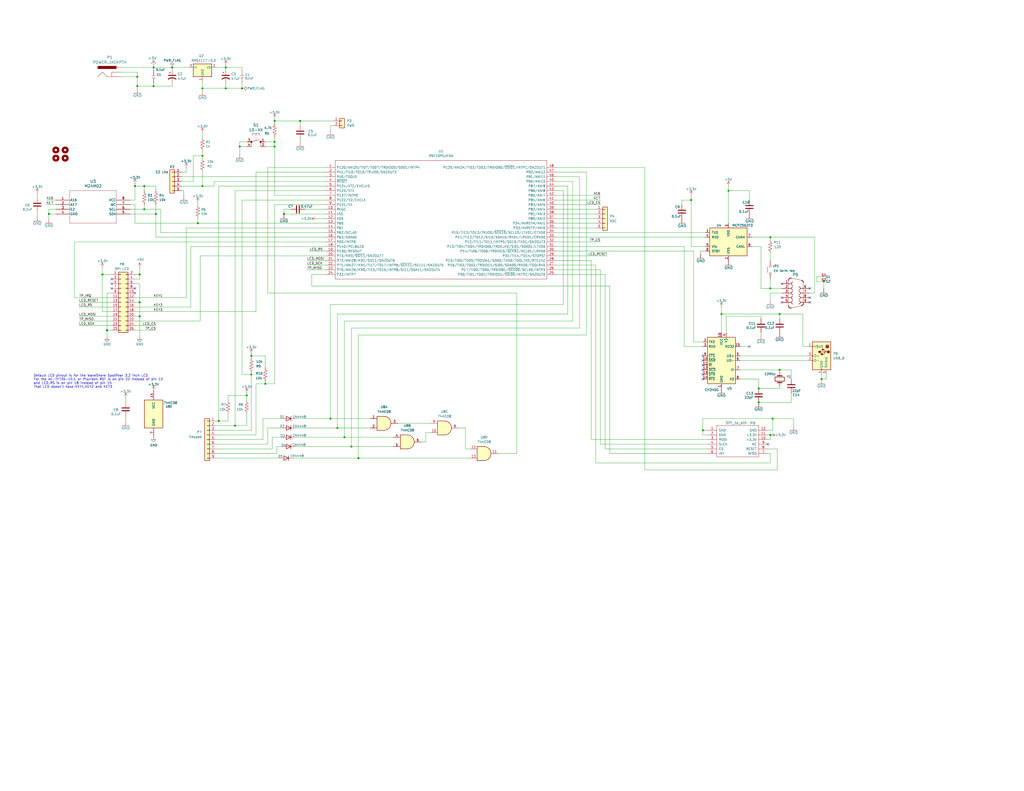
<source format=kicad_sch>
(kicad_sch (version 20231120) (generator "eeschema") (generator_version "8.0")
  (paper "C")
  (title_block (title "RL78/F13") (date "2024-12-11") (rev "2") (company "Catudal Software"))
  (junction (at 83.82 46.99))
  (junction (at 78.74 101.6))
  (junction (at 163.83 66.04))
  (junction (at 110.49 48.26))
  (junction (at 187.96 238.76))
  (junction (at 414.02 212.09))
  (junction (at 383.54 234.95))
  (junction (at 85.09 116.84))
  (junction (at 74.93 46.99))
  (junction (at 420.37 129.54))
  (junction (at 377.19 109.22))
  (junction (at 449.58 153.67))
  (junction (at 420.37 157.48))
  (junction (at 144.78 209.55))
  (junction (at 425.45 171.45))
  (junction (at 128.27 232.41))
  (junction (at 74.93 41.91))
  (junction (at 448.31 207.01))
  (junction (at 137.16 204.47))
  (junction (at 83.82 36.83))
  (junction (at 414.02 219.71))
  (junction (at 195.58 250.19))
  (junction (at 58.42 180.34) (diameter 1.016))
  (junction (at 393.7 171.45))
  (junction (at 191.77 243.84))
  (junction (at 149.86 66.04))
  (junction (at 132.08 48.26))
  (junction (at 184.15 233.68))
  (junction (at 107.95 121.92))
  (junction (at 154.94 116.84))
  (junction (at 123.19 36.83))
  (junction (at 76.2 165.1) (diameter 1.016))
  (junction (at 110.49 101.6))
  (junction (at 119.38 229.87))
  (junction (at 134.62 215.9))
  (junction (at 78.74 114.3))
  (junction (at 123.19 48.26))
  (junction (at 76.2 149.86) (diameter 1.016))
  (junction (at 110.49 85.09))
  (junction (at 420.37 237.49))
  (junction (at 76.2 172.72) (diameter 1.016))
  (junction (at 137.16 194.31))
  (junction (at 130.81 80.01))
  (junction (at 73.66 101.6))
  (junction (at 149.86 80.01))
  (junction (at 180.34 228.6))
  (junction (at 26.67 116.84))
  (junction (at 93.98 36.83))
  (junction (at 149.86 77.47))
  (junction (at 421.64 228.6))
  (junction (at 397.51 104.14))
  (junction (at 55.88 149.86) (diameter 1.016))
  (junction (at 425.45 201.93))
  (no_connect (at 73.66 160.02))
  (no_connect (at 441.96 157.48))
  (no_connect (at 419.1 242.57))
  (no_connect (at 383.54 194.31))
  (no_connect (at 408.94 189.23))
  (no_connect (at 383.54 199.39))
  (no_connect (at 441.96 165.1))
  (no_connect (at 426.72 154.94))
  (no_connect (at 426.72 165.1))
  (no_connect (at 60.96 157.48))
  (no_connect (at 73.66 157.48))
  (no_connect (at 60.96 154.94))
  (no_connect (at 383.54 204.47))
  (no_connect (at 383.54 207.01))
  (no_connect (at 426.72 162.56))
  (no_connect (at 60.96 152.4))
  (no_connect (at 383.54 196.85))
  (no_connect (at 441.96 162.56))
  (no_connect (at 383.54 201.93))
  (wire (pts (xy 149.86 111.76) (xy 149.86 209.55)))
  (wire (pts (xy 20.32 105.41) (xy 20.32 107.95)))
  (wire (pts (xy 303.53 129.54) (xy 384.81 129.54)))
  (wire (pts (xy 425.45 203.2) (xy 425.45 201.93)))
  (wire (pts (xy 43.18 172.72) (xy 60.96 172.72)))
  (wire (pts (xy 20.32 115.57) (xy 20.32 118.11)))
  (wire (pts (xy 403.86 194.31) (xy 440.69 194.31)))
  (wire (pts (xy 144.78 80.01) (xy 149.86 80.01)))
  (wire (pts (xy 424.18 256.54) (xy 424.18 245.11)))
  (wire (pts (xy 149.86 74.93) (xy 149.86 77.47)))
  (wire (pts (xy 74.93 39.37) (xy 74.93 41.91)))
  (wire (pts (xy 167.64 144.78) (xy 177.8 144.78)))
  (wire (pts (xy 139.7 209.55) (xy 144.78 209.55)))
  (wire (pts (xy 134.62 215.9) (xy 134.62 218.44)))
  (wire (pts (xy 254 245.11) (xy 256.54 245.11)))
  (wire (pts (xy 58.42 160.02) (xy 60.96 160.02)))
  (wire (pts (xy 78.74 101.6) (xy 85.09 101.6)))
  (wire (pts (xy 78.74 114.3) (xy 87.63 114.3)))
  (wire (pts (xy 303.53 116.84) (xy 325.12 116.84)))
  (wire (pts (xy 71.12 114.3) (xy 78.74 114.3)))
  (wire (pts (xy 76.2 172.72) (xy 76.2 184.15)))
  (wire (pts (xy 143.51 228.6) (xy 153.67 228.6)))
  (wire (pts (xy 104.14 134.62) (xy 177.8 134.62)))
  (wire (pts (xy 191.77 179.07) (xy 316.23 179.07)))
  (wire (pts (xy 130.81 80.01) (xy 134.62 80.01)))
  (wire (pts (xy 116.84 99.06) (xy 177.8 99.06)))
  (wire (pts (xy 107.95 119.38) (xy 107.95 121.92)))
  (wire (pts (xy 250.19 233.68) (xy 254 233.68)))
  (wire (pts (xy 414.02 212.09) (xy 414.02 207.01)))
  (wire (pts (xy 40.64 162.56) (xy 60.96 162.56)))
  (wire (pts (xy 445.77 151.13) (xy 445.77 153.67)))
  (wire (pts (xy 303.53 111.76) (xy 327.66 111.76)))
  (wire (pts (xy 139.7 237.49) (xy 139.7 209.55)))
  (wire (pts (xy 43.18 177.8) (xy 60.96 177.8)))
  (wire (pts (xy 172.72 119.38) (xy 177.8 119.38)))
  (wire (pts (xy 163.83 76.2) (xy 163.83 77.47)))
  (wire (pts (xy 191.77 243.84) (xy 191.77 179.07)))
  (wire (pts (xy 116.84 101.6) (xy 116.84 99.06)))
  (wire (pts (xy 160.02 250.19) (xy 195.58 250.19)))
  (wire (pts (xy 444.5 160.02) (xy 444.5 129.54)))
  (wire (pts (xy 149.86 106.68) (xy 177.8 106.68)))
  (wire (pts (xy 450.85 207.01) (xy 448.31 207.01)))
  (wire (pts (xy 420.37 129.54) (xy 420.37 130.81)))
  (wire (pts (xy 420.37 152.4) (xy 420.37 157.48)))
  (wire (pts (xy 281.94 247.65) (xy 281.94 160.02)))
  (wire (pts (xy 158.75 114.3) (xy 154.94 114.3)))
  (wire (pts (xy 303.53 121.92) (xy 325.12 121.92)))
  (wire (pts (xy 55.88 149.86) (xy 60.96 149.86)))
  (wire (pts (xy 303.53 132.08) (xy 327.66 132.08)))
  (wire (pts (xy 303.53 149.86) (xy 330.2 149.86)))
  (wire (pts (xy 438.15 171.45) (xy 438.15 189.23)))
  (wire (pts (xy 93.98 36.83) (xy 102.87 36.83)))
  (wire (pts (xy 118.11 234.95) (xy 137.16 234.95)))
  (wire (pts (xy 30.48 114.3) (xy 26.67 114.3)))
  (wire (pts (xy 101.6 124.46) (xy 177.8 124.46)))
  (wire (pts (xy 149.86 64.77) (xy 149.86 66.04)))
  (wire (pts (xy 373.38 189.23) (xy 383.54 189.23)))
  (wire (pts (xy 104.14 134.62) (xy 104.14 167.64)))
  (wire (pts (xy 132.08 109.22) (xy 177.8 109.22)))
  (wire (pts (xy 137.16 193.04) (xy 137.16 194.31)))
  (wire (pts (xy 93.98 46.99) (xy 93.98 45.72)))
  (wire (pts (xy 449.58 151.13) (xy 445.77 151.13)))
  (wire (pts (xy 316.23 96.52) (xy 303.53 96.52)))
  (wire (pts (xy 85.09 129.54) (xy 177.8 129.54)))
  (wire (pts (xy 85.09 111.76) (xy 85.09 116.84)))
  (wire (pts (xy 124.46 215.9) (xy 134.62 215.9)))
  (wire (pts (xy 68.58 217.17) (xy 68.58 219.71)))
  (wire (pts (xy 166.37 114.3) (xy 177.8 114.3)))
  (wire (pts (xy 137.16 194.31) (xy 144.78 194.31)))
  (wire (pts (xy 73.66 177.8) (xy 85.09 177.8)))
  (wire (pts (xy 144.78 77.47) (xy 149.86 77.47)))
  (wire (pts (xy 309.88 171.45) (xy 309.88 101.6)))
  (wire (pts (xy 180.34 71.12) (xy 180.34 68.58)))
  (wire (pts (xy 132.08 36.83) (xy 132.08 38.1)))
  (wire (pts (xy 403.86 201.93) (xy 425.45 201.93)))
  (wire (pts (xy 134.62 214.63) (xy 134.62 215.9)))
  (wire (pts (xy 43.18 167.64) (xy 60.96 167.64)))
  (wire (pts (xy 149.86 80.01) (xy 149.86 106.68)))
  (wire (pts (xy 83.82 35.56) (xy 83.82 36.83)))
  (wire (pts (xy 101.6 91.44) (xy 101.6 93.98)))
  (wire (pts (xy 107.95 121.92) (xy 177.8 121.92)))
  (wire (pts (xy 187.96 238.76) (xy 187.96 175.26)))
  (wire (pts (xy 408.94 189.23) (xy 403.86 189.23)))
  (wire (pts (xy 396.24 172.72) (xy 396.24 181.61)))
  (wire (pts (xy 123.19 48.26) (xy 123.19 45.72)))
  (wire (pts (xy 420.37 240.03) (xy 420.37 237.49)))
  (wire (pts (xy 420.37 160.02) (xy 426.72 160.02)))
  (wire (pts (xy 73.66 180.34) (xy 85.09 180.34)))
  (wire (pts (xy 309.88 101.6) (xy 303.53 101.6)))
  (wire (pts (xy 78.74 111.76) (xy 78.74 114.3)))
  (wire (pts (xy 87.63 127) (xy 177.8 127)))
  (wire (pts (xy 151.13 247.65) (xy 151.13 243.84)))
  (wire (pts (xy 73.66 167.64) (xy 104.14 167.64)))
  (wire (pts (xy 118.11 247.65) (xy 151.13 247.65)))
  (wire (pts (xy 58.42 180.34) (xy 58.42 184.15)))
  (wire (pts (xy 119.38 229.87) (xy 118.11 229.87)))
  (wire (pts (xy 325.12 144.78) (xy 325.12 252.73)))
  (wire (pts (xy 73.66 101.6) (xy 78.74 101.6)))
  (wire (pts (xy 123.19 36.83) (xy 123.19 38.1)))
  (wire (pts (xy 403.86 207.01) (xy 414.02 207.01)))
  (wire (pts (xy 431.8 214.63) (xy 431.8 219.71)))
  (wire (pts (xy 322.58 142.24) (xy 322.58 240.03)))
  (wire (pts (xy 161.29 238.76) (xy 187.96 238.76)))
  (wire (pts (xy 445.77 153.67) (xy 449.58 153.67)))
  (wire (pts (xy 421.64 228.6) (xy 421.64 234.95)))
  (wire (pts (xy 118.11 232.41) (xy 128.27 232.41)))
  (wire (pts (xy 76.2 154.94) (xy 76.2 165.1)))
  (wire (pts (xy 322.58 240.03) (xy 386.08 240.03)))
  (wire (pts (xy 73.66 111.76) (xy 73.66 121.92)))
  (wire (pts (xy 68.58 227.33) (xy 68.58 229.87)))
  (wire (pts (xy 332.74 247.65) (xy 386.08 247.65)))
  (wire (pts (xy 134.62 232.41) (xy 128.27 232.41)))
  (wire (pts (xy 105.41 99.06) (xy 105.41 85.09)))
  (wire (pts (xy 76.2 152.4) (xy 73.66 152.4)))
  (wire (pts (xy 144.78 209.55) (xy 149.86 209.55)))
  (wire (pts (xy 144.78 209.55) (xy 144.78 208.28)))
  (wire (pts (xy 187.96 175.26) (xy 312.42 175.26)))
  (wire (pts (xy 303.53 144.78) (xy 325.12 144.78)))
  (wire (pts (xy 149.86 66.04) (xy 163.83 66.04)))
  (wire (pts (xy 425.45 210.82) (xy 425.45 212.09)))
  (wire (pts (xy 73.66 162.56) (xy 101.6 162.56)))
  (wire (pts (xy 146.05 233.68) (xy 153.67 233.68)))
  (wire (pts (xy 229.87 241.3) (xy 232.41 241.3)))
  (wire (pts (xy 163.83 66.04) (xy 163.83 68.58)))
  (wire (pts (xy 393.7 181.61) (xy 393.7 171.45)))
  (wire (pts (xy 378.46 186.69) (xy 383.54 186.69)))
  (wire (pts (xy 99.06 99.06) (xy 105.41 99.06)))
  (wire (pts (xy 281.94 160.02) (xy 146.05 160.02)))
  (wire (pts (xy 30.48 116.84) (xy 26.67 116.84)))
  (wire (pts (xy 100.33 104.14) (xy 99.06 104.14)))
  (wire (pts (xy 433.07 228.6) (xy 433.07 232.41)))
  (wire (pts (xy 378.46 137.16) (xy 378.46 186.69)))
  (wire (pts (xy 134.62 226.06) (xy 134.62 232.41)))
  (wire (pts (xy 26.67 114.3) (xy 26.67 116.84)))
  (wire (pts (xy 408.94 109.22) (xy 408.94 104.14)))
  (wire (pts (xy 74.93 46.99) (xy 83.82 46.99)))
  (wire (pts (xy 148.59 245.11) (xy 148.59 238.76)))
  (wire (pts (xy 66.04 39.37) (xy 74.93 39.37)))
  (wire (pts (xy 83.82 46.99) (xy 93.98 46.99)))
  (wire (pts (xy 377.19 134.62) (xy 384.81 134.62)))
  (wire (pts (xy 327.66 147.32) (xy 327.66 242.57)))
  (wire (pts (xy 372.11 111.76) (xy 372.11 109.22)))
  (wire (pts (xy 303.53 91.44) (xy 351.79 91.44)))
  (wire (pts (xy 76.2 154.94) (xy 73.66 154.94)))
  (wire (pts (xy 440.69 189.23) (xy 438.15 189.23)))
  (wire (pts (xy 73.66 101.6) (xy 73.66 109.22)))
  (wire (pts (xy 441.96 160.02) (xy 444.5 160.02)))
  (wire (pts (xy 58.42 160.02) (xy 58.42 180.34)))
  (wire (pts (xy 383.54 234.95) (xy 386.08 234.95)))
  (wire (pts (xy 93.98 36.83) (xy 93.98 38.1)))
  (wire (pts (xy 415.29 157.48) (xy 420.37 157.48)))
  (wire (pts (xy 303.53 106.68) (xy 327.66 106.68)))
  (wire (pts (xy 110.49 72.39) (xy 110.49 74.93)))
  (wire (pts (xy 99.06 101.6) (xy 110.49 101.6)))
  (wire (pts (xy 123.19 48.26) (xy 132.08 48.26)))
  (wire (pts (xy 161.29 228.6) (xy 180.34 228.6)))
  (wire (pts (xy 232.41 241.3) (xy 232.41 236.22)))
  (wire (pts (xy 195.58 250.19) (xy 256.54 250.19)))
  (wire (pts (xy 110.49 48.26) (xy 110.49 44.45)))
  (wire (pts (xy 303.53 119.38) (xy 325.12 119.38)))
  (wire (pts (xy 119.38 229.87) (xy 124.46 229.87)))
  (wire (pts (xy 307.34 104.14) (xy 303.53 104.14)))
  (wire (pts (xy 76.2 149.86) (xy 76.2 152.4)))
  (wire (pts (xy 303.53 124.46) (xy 325.12 124.46)))
  (wire (pts (xy 73.66 170.18) (xy 139.7 170.18)))
  (wire (pts (xy 303.53 127) (xy 384.81 127)))
  (wire (pts (xy 415.29 172.72) (xy 415.29 173.99)))
  (wire (pts (xy 232.41 236.22) (xy 234.95 236.22)))
  (wire (pts (xy 184.15 171.45) (xy 309.88 171.45)))
  (wire (pts (xy 217.17 231.14) (xy 234.95 231.14)))
  (wire (pts (xy 101.6 162.56) (xy 101.6 124.46)))
  (wire (pts (xy 180.34 228.6) (xy 180.34 166.37)))
  (wire (pts (xy 119.38 101.6) (xy 119.38 229.87)))
  (wire (pts (xy 330.2 149.86) (xy 330.2 245.11)))
  (wire (pts (xy 130.81 77.47) (xy 134.62 77.47)))
  (wire (pts (xy 383.54 234.95) (xy 383.54 228.6)))
  (wire (pts (xy 195.58 250.19) (xy 195.58 182.88)))
  (wire (pts (xy 320.04 93.98) (xy 303.53 93.98)))
  (wire (pts (xy 351.79 256.54) (xy 424.18 256.54)))
  (wire (pts (xy 177.8 132.08) (xy 40.64 132.08)))
  (wire (pts (xy 109.22 139.7) (xy 109.22 175.26)))
  (wire (pts (xy 128.27 104.14) (xy 128.27 232.41)))
  (wire (pts (xy 110.49 49.53) (xy 110.49 48.26)))
  (wire (pts (xy 137.16 204.47) (xy 137.16 234.95)))
  (wire (pts (xy 144.78 194.31) (xy 144.78 200.66)))
  (wire (pts (xy 73.66 175.26) (xy 109.22 175.26)))
  (wire (pts (xy 101.6 93.98) (xy 99.06 93.98)))
  (wire (pts (xy 146.05 91.44) (xy 177.8 91.44)))
  (wire (pts (xy 55.88 149.86) (xy 55.88 170.18)))
  (wire (pts (xy 191.77 243.84) (xy 214.63 243.84)))
  (wire (pts (xy 124.46 215.9) (xy 124.46 218.44)))
  (wire (pts (xy 316.23 179.07) (xy 316.23 96.52)))
  (wire (pts (xy 327.66 242.57) (xy 386.08 242.57)))
  (wire (pts (xy 303.53 134.62) (xy 373.38 134.62)))
  (wire (pts (xy 83.82 45.72) (xy 83.82 46.99)))
  (wire (pts (xy 397.51 101.6) (xy 397.51 104.14)))
  (wire (pts (xy 377.19 106.68) (xy 377.19 109.22)))
  (wire (pts (xy 118.11 240.03) (xy 143.51 240.03)))
  (wire (pts (xy 438.15 171.45) (xy 425.45 171.45)))
  (wire (pts (xy 415.29 134.62) (xy 415.29 157.48)))
  (wire (pts (xy 448.31 207.01) (xy 448.31 204.47)))
  (wire (pts (xy 373.38 134.62) (xy 373.38 189.23)))
  (wire (pts (xy 254 233.68) (xy 254 245.11)))
  (wire (pts (xy 154.94 116.84) (xy 154.94 114.3)))
  (wire (pts (xy 40.64 132.08) (xy 40.64 162.56)))
  (wire (pts (xy 105.41 85.09) (xy 110.49 85.09)))
  (wire (pts (xy 118.11 245.11) (xy 148.59 245.11)))
  (wire (pts (xy 415.29 172.72) (xy 396.24 172.72)))
  (wire (pts (xy 419.1 247.65) (xy 420.37 247.65)))
  (wire (pts (xy 26.67 116.84) (xy 26.67 119.38)))
  (wire (pts (xy 167.64 142.24) (xy 177.8 142.24)))
  (wire (pts (xy 118.11 242.57) (xy 146.05 242.57)))
  (wire (pts (xy 149.86 66.04) (xy 149.86 67.31)))
  (wire (pts (xy 414.02 212.09) (xy 425.45 212.09)))
  (wire (pts (xy 377.19 109.22) (xy 377.19 134.62)))
  (wire (pts (xy 66.04 36.83) (xy 83.82 36.83)))
  (wire (pts (xy 124.46 226.06) (xy 124.46 229.87)))
  (wire (pts (xy 383.54 228.6) (xy 421.64 228.6)))
  (wire (pts (xy 99.06 96.52) (xy 177.8 96.52)))
  (wire (pts (xy 170.18 149.86) (xy 170.18 156.21)))
  (wire (pts (xy 73.66 109.22) (xy 71.12 109.22)))
  (wire (pts (xy 303.53 147.32) (xy 327.66 147.32)))
  (wire (pts (xy 149.86 80.01) (xy 149.86 77.47)))
  (wire (pts (xy 393.7 167.64) (xy 393.7 171.45)))
  (wire (pts (xy 85.09 129.54) (xy 85.09 116.84)))
  (wire (pts (xy 195.58 182.88) (xy 320.04 182.88)))
  (wire (pts (xy 107.95 110.49) (xy 107.95 111.76)))
  (wire (pts (xy 386.08 237.49) (xy 383.54 237.49)))
  (wire (pts (xy 307.34 166.37) (xy 307.34 104.14)))
  (wire (pts (xy 303.53 114.3) (xy 325.12 114.3)))
  (wire (pts (xy 71.12 116.84) (xy 85.09 116.84)))
  (wire (pts (xy 167.64 147.32) (xy 177.8 147.32)))
  (wire (pts (xy 137.16 194.31) (xy 137.16 195.58)))
  (wire (pts (xy 303.53 139.7) (xy 331.47 139.7)))
  (wire (pts (xy 163.83 66.04) (xy 181.61 66.04)))
  (wire (pts (xy 425.45 201.93) (xy 431.8 201.93)))
  (wire (pts (xy 30.48 111.76) (xy 25.4 111.76)))
  (wire (pts (xy 83.82 36.83) (xy 83.82 38.1)))
  (wire (pts (xy 414.02 219.71) (xy 431.8 219.71)))
  (wire (pts (xy 119.38 101.6) (xy 177.8 101.6)))
  (wire (pts (xy 397.51 104.14) (xy 397.51 121.92)))
  (wire (pts (xy 110.49 85.09) (xy 110.49 86.36)))
  (wire (pts (xy 146.05 160.02) (xy 146.05 91.44)))
  (wire (pts (xy 372.11 109.22) (xy 377.19 109.22)))
  (wire (pts (xy 425.45 171.45) (xy 425.45 173.99)))
  (wire (pts (xy 161.29 233.68) (xy 184.15 233.68)))
  (wire (pts (xy 76.2 165.1) (xy 73.66 165.1)))
  (wire (pts (xy 66.04 41.91) (xy 74.93 41.91)))
  (wire (pts (xy 151.13 243.84) (xy 153.67 243.84)))
  (wire (pts (xy 403.86 196.85) (xy 440.69 196.85)))
  (wire (pts (xy 78.74 101.6) (xy 78.74 104.14)))
  (wire (pts (xy 177.8 137.16) (xy 168.91 137.16)))
  (wire (pts (xy 330.2 245.11) (xy 386.08 245.11)))
  (wire (pts (xy 449.58 153.67) (xy 449.58 157.48)))
  (wire (pts (xy 87.63 127) (xy 87.63 114.3)))
  (wire (pts (xy 420.37 160.02) (xy 420.37 163.83)))
  (wire (pts (xy 177.8 116.84) (xy 154.94 116.84)))
  (wire (pts (xy 382.27 138.43) (xy 382.27 137.16)))
  (wire (pts (xy 143.51 240.03) (xy 143.51 228.6)))
  (wire (pts (xy 450.85 204.47) (xy 450.85 207.01)))
  (wire (pts (xy 110.49 82.55) (xy 110.49 85.09)))
  (wire (pts (xy 55.88 146.05) (xy 55.88 149.86)))
  (wire (pts (xy 303.53 142.24) (xy 322.58 142.24)))
  (wire (pts (xy 425.45 171.45) (xy 393.7 171.45)))
  (wire (pts (xy 74.93 46.99) (xy 74.93 48.26)))
  (wire (pts (xy 76.2 165.1) (xy 76.2 172.72)))
  (wire (pts (xy 118.11 36.83) (xy 123.19 36.83)))
  (wire (pts (xy 187.96 238.76) (xy 214.63 238.76)))
  (wire (pts (xy 170.18 156.21) (xy 332.74 156.21)))
  (wire (pts (xy 83.82 36.83) (xy 93.98 36.83)))
  (wire (pts (xy 74.93 41.91) (xy 74.93 46.99)))
  (wire (pts (xy 73.66 100.33) (xy 73.66 101.6)))
  (wire (pts (xy 43.18 165.1) (xy 60.96 165.1)))
  (wire (pts (xy 109.22 139.7) (xy 177.8 139.7)))
  (wire (pts (xy 410.21 129.54) (xy 420.37 129.54)))
  (wire (pts (xy 180.34 68.58) (xy 181.61 68.58)))
  (wire (pts (xy 383.54 237.49) (xy 383.54 234.95)))
  (wire (pts (xy 85.09 101.6) (xy 85.09 104.14)))
  (wire (pts (xy 30.48 109.22) (xy 25.4 109.22)))
  (wire (pts (xy 146.05 242.57) (xy 146.05 233.68)))
  (wire (pts (xy 123.19 35.56) (xy 123.19 36.83)))
  (wire (pts (xy 426.72 157.48) (xy 420.37 157.48)))
  (wire (pts (xy 421.64 228.6) (xy 433.07 228.6)))
  (wire (pts (xy 100.33 106.68) (xy 100.33 104.14)))
  (wire (pts (xy 139.7 93.98) (xy 177.8 93.98)))
  (wire (pts (xy 325.12 252.73) (xy 420.37 252.73)))
  (wire (pts (xy 312.42 175.26) (xy 312.42 99.06)))
  (wire (pts (xy 184.15 233.68) (xy 201.93 233.68)))
  (wire (pts (xy 130.81 77.47) (xy 130.81 80.01)))
  (wire (pts (xy 419.1 237.49) (xy 420.37 237.49)))
  (wire (pts (xy 184.15 233.68) (xy 184.15 171.45)))
  (wire (pts (xy 180.34 166.37) (xy 307.34 166.37)))
  (wire (pts (xy 137.16 203.2) (xy 137.16 204.47)))
  (wire (pts (xy 128.27 104.14) (xy 177.8 104.14)))
  (wire (pts (xy 123.19 48.26) (xy 110.49 48.26)))
  (wire (pts (xy 271.78 247.65) (xy 281.94 247.65)))
  (wire (pts (xy 130.81 80.01) (xy 130.81 83.82)))
  (wire (pts (xy 351.79 91.44) (xy 351.79 256.54)))
  (wire (pts (xy 55.88 170.18) (xy 60.96 170.18)))
  (wire (pts (xy 420.37 138.43) (xy 420.37 142.24)))
  (wire (pts (xy 320.04 182.88) (xy 320.04 93.98)))
  (wire (pts (xy 419.1 245.11) (xy 424.18 245.11)))
  (wire (pts (xy 118.11 250.19) (xy 152.4 250.19)))
  (wire (pts (xy 132.08 45.72) (xy 132.08 48.26)))
  (wire (pts (xy 148.59 238.76) (xy 153.67 238.76)))
  (wire (pts (xy 431.8 201.93) (xy 431.8 207.01)))
  (wire (pts (xy 421.64 234.95) (xy 419.1 234.95)))
  (wire (pts (xy 397.51 104.14) (xy 408.94 104.14)))
  (wire (pts (xy 149.86 111.76) (xy 177.8 111.76)))
  (wire (pts (xy 303.53 109.22) (xy 327.66 109.22)))
  (wire (pts (xy 410.21 134.62) (xy 415.29 134.62)))
  (wire (pts (xy 137.16 204.47) (xy 132.08 204.47)))
  (wire (pts (xy 71.12 111.76) (xy 73.66 111.76)))
  (wire (pts (xy 123.19 36.83) (xy 132.08 36.83)))
  (wire (pts (xy 110.49 101.6) (xy 110.49 93.98)))
  (wire (pts (xy 76.2 172.72) (xy 73.66 172.72)))
  (wire (pts (xy 415.29 181.61) (xy 415.29 182.88)))
  (wire (pts (xy 444.5 129.54) (xy 420.37 129.54)))
  (wire (pts (xy 118.11 237.49) (xy 139.7 237.49)))
  (wire (pts (xy 332.74 156.21) (xy 332.74 247.65)))
  (wire (pts (xy 58.42 180.34) (xy 60.96 180.34)))
  (wire (pts (xy 180.34 228.6) (xy 201.93 228.6)))
  (wire (pts (xy 73.66 121.92) (xy 107.95 121.92)))
  (wire (pts (xy 76.2 149.86) (xy 73.66 149.86)))
  (wire (pts (xy 170.18 149.86) (xy 177.8 149.86)))
  (wire (pts (xy 132.08 204.47) (xy 132.08 109.22)))
  (wire (pts (xy 312.42 99.06) (xy 303.53 99.06)))
  (wire (pts (xy 420.37 240.03) (xy 419.1 240.03)))
  (wire (pts (xy 43.18 175.26) (xy 60.96 175.26)))
  (wire (pts (xy 303.53 137.16) (xy 378.46 137.16)))
  (wire (pts (xy 110.49 101.6) (xy 116.84 101.6)))
  (wire (pts (xy 382.27 137.16) (xy 384.81 137.16)))
  (wire (pts (xy 161.29 243.84) (xy 191.77 243.84)))
  (wire (pts (xy 76.2 146.05) (xy 76.2 149.86)))
  (wire (pts (xy 420.37 252.73) (xy 420.37 247.65)))
  (wire (pts (xy 139.7 170.18) (xy 139.7 93.98)))
  (text "Default LCD pinout is for the WaveShare SpotPear 3.2 inch LCD\nFor the AC-TFT35-V2.1 or Piscreen RST is on pin 22 instead of pin 13\nand LCD_RS is on pin 18 instead of pin 15\nThat LCD doesn't have KEY1,KEY2 and KEY3" (at 18.288 208.28 0) (effects (font (size 1.27 1.27)) (justify left)))
  (label "LCD_RESET" (at 43.18 165.1 0))
  (label "LCD_RS" (at 43.18 167.64 0))
  (label "TP_CS" (at 327.66 132.08 180))
  (label "LCD_RS" (at 168.91 137.16 0))
  (label "A16" (at 327.66 106.68 180))
  (label "KEY3" (at 83.82 170.18 0))
  (label "LCD_MOSI" (at 43.18 172.72 0))
  (label "A17" (at 327.66 109.22 180))
  (label "TP_CS" (at 85.09 180.34 180))
  (label "LCD_RESET" (at 331.47 139.7 180))
  (label "LCD_SCK" (at 167.64 144.78 0))
  (label "A16" (at 25.4 109.22 0))
  (label "TP_IRQ" (at 43.18 162.56 0))
  (label "LCD_SCK" (at 43.18 177.8 0))
  (label "KEY2" (at 83.82 167.64 0))
  (label "TP_MISO" (at 43.18 175.26 0))
  (label "KEY1" (at 83.82 162.56 0))
  (label "LCD_MOSI" (at 167.64 142.24 0))
  (label "TP_MISO" (at 167.64 147.32 0))
  (label "A17" (at 25.4 111.76 0))
  (label "LCD_CS" (at 327.66 111.76 180))
  (label "LCD_CS" (at 85.09 177.8 180))
  (symbol (lib_id "Mechanical:MountingHole") (at 30.48 81.915 0) (unit 1)
    (property "Reference" "H1" (effects (hide yes)))
    (property "Value" "MountingHole" (effects (hide yes)))
    (property "Footprint" "MountingHole:MountingHole_2.7mm_M2.5_DIN965_Pad" (effects (hide yes)))
    (property "Description" "Mounting Hole without connection" (effects (hide yes)))
  )
  (symbol (lib_id "Mechanical:MountingHole") (at 35.56 81.915 0) (unit 1)
    (property "Reference" "H3" (effects (hide yes)))
    (property "Value" "MountingHole" (effects (hide yes)))
    (property "Footprint" "MountingHole:MountingHole_2.7mm_M2.5_DIN965_Pad" (effects (hide yes)))
    (property "Description" "Mounting Hole without connection" (effects (hide yes)))
  )
  (symbol (lib_id "Mechanical:MountingHole") (at 30.48 86.36 0) (unit 1)
    (property "Reference" "H2" (effects (hide yes)))
    (property "Value" "MountingHole" (effects (hide yes)))
    (property "Footprint" "MountingHole:MountingHole_2.7mm_M2.5_DIN965_Pad" (effects (hide yes)))
    (property "Description" "Mounting Hole without connection" (effects (hide yes)))
  )
  (symbol (lib_id "Mechanical:MountingHole") (at 35.56 86.36 0) (unit 1)
    (property "Reference" "H4" (effects (hide yes)))
    (property "Value" "MountingHole" (effects (hide yes)))
    (property "Footprint" "MountingHole:MountingHole_2.7mm_M2.5_DIN965_Pad" (effects (hide yes)))
    (property "Description" "Mounting Hole without connection" (effects (hide yes)))
  )
  (symbol (lib_id "catu:POWER_JACKPTH") (at 63.5 44.45 0) (unit 1)
    (property "Reference" "P1" (at 59.8932 31.3436 0) (effects (font (size 1.4986 1.4986))))
    (property "Value" "POWER_JACKPTH" (at 59.8932 34.0106 0) (effects (font (size 1.4986 1.4986))))
    (property "Footprint" "catu:POWER_JACK_PTH" (effects (hide yes)))
  )
  (symbol (lib_id "catu:GND") (at 74.93 50.8 0) (unit 1)
    (property "Reference" "#GND02" (effects (hide yes)))
    (property "Value" "GND" (at 75.057 52.07 0) (effects (font (size 1.4986 1.4986))))
  )
  (symbol (lib_id "OPL_Capacitor:CERAMIC-100NF-50V-10%-X7R_0603_") (at 83.82 41.91 270) (unit 1)
    (property "Reference" "C1" (at 85.5472 40.8432 90) (effects (font (size 1.143 1.143)) (justify left)))
    (property "Value" "0.1uF" (at 85.09 38.1 90) (effects (font (size 1.143 1.143)) (justify left)))
    (property "Footprint" "Capacitor_SMD:C_0805_2012Metric_Pad1.18x1.45mm_HandSolder" (effects (hide yes)))
    (property "MPN" "CC0603KRX7R9BB104" (effects (hide yes)))
    (property "SKU" "302010138" (effects (hide yes)))
    (property "LCSC" "C14663" (effects (hide yes)))
  )
  (symbol (lib_id "catu:+5V") (at 83.82 33.02 0) (unit 1)
    (property "Reference" "#P+0107" (effects (hide yes)))
    (property "Value" "+5V" (at 83.185 31.75 0) (effects (font (size 1.4986 1.4986))))
  )
  (symbol (lib_id "power:GND") (at 83.82 238.76 0) (unit 1)
    (property "Reference" "#PWR025" (effects (hide yes)))
    (property "Value" "GND" (at 83.9343 243.0844 0))
    (property "Description" "Power symbol creates a global label with name \"GND\" , ground" (effects (hide yes)))
  )
  (symbol (lib_id "Jumper:Jumper_2_Open") (at 420.37 147.32 90) (unit 1) (exclude_from_sim yes)
    (property "Reference" "JP1" (at 423.418 145.288 90))
    (property "Value" "En term res" (at 427.99 147.828 90))
    (property "Footprint" "Connector_PinHeader_2.54mm:PinHeader_1x02_P2.54mm_Vertical" (effects (hide yes)))
    (property "Description" "Jumper, 2-pole, open" (effects (hide yes)))
  )
  (symbol (lib_id "catu:GND") (at 26.67 121.92 0) (unit 1)
    (property "Reference" "#GND03" (effects (hide yes)))
    (property "Value" "GND" (at 26.67 123.19 0) (effects (font (size 1.4986 1.4986))))
  )
  (symbol (lib_id "power:+3.3V") (at 393.7 167.64 0) (mirror y) (unit 1)
    (property "Reference" "#PWR023" (effects (hide yes)))
    (property "Value" "+3.3V" (at 393.7 164.211 0))
    (property "Description" "Power symbol creates a global label with name \"+3.3V\"" (effects (hide yes)))
  )
  (symbol (lib_id "Device:C") (at 68.58 223.52 0) (mirror y) (unit 1)
    (property "Reference" "C8" (at 64.516 223.774 0) (effects (justify left)))
    (property "Value" "0.1uF" (at 66.04 226.06 0) (effects (justify left)))
    (property "Footprint" "Capacitor_SMD:C_0805_2012Metric_Pad1.18x1.45mm_HandSolder" (effects (hide yes)))
    (property "Description" "Unpolarized capacitor" (effects (hide yes)))
  )
  (symbol (lib_id "power:+3.3V") (at 107.95 110.49 0) (mirror y) (unit 1)
    (property "Reference" "#PWR016" (effects (hide yes)))
    (property "Value" "+3.3V" (at 107.95 107.061 0))
    (property "Description" "Power symbol creates a global label with name \"+3.3V\"" (effects (hide yes)))
  )
  (symbol (lib_id "Connector_Generic:Conn_02x13_Odd_Even") (at 66.04 165.1 0) (unit 1)
    (property "Reference" "P8" (at 66.548 144.272 0))
    (property "Value" "RPI LCD" (at 66.548 146.812 0))
    (property "Footprint" "Connector_PinSocket_2.54mm:PinSocket_2x13_P2.54mm_Vertical" (effects (hide yes)))
    (property "Description" "Generic connector, double row, 02x13, odd/even pin numbering scheme (row 1 odd numbers, row 2 even numbers), script generated (kicad-library-utils/schlib/autogen/connector/)" (effects (hide yes)))
  )
  (symbol (lib_id "Device:C") (at 408.94 113.03 0) (unit 1)
    (property "Reference" "C10" (at 405.13 110.49 0) (effects (justify left)))
    (property "Value" "0.1uF" (at 403.225 115.57 0) (effects (justify left)))
    (property "Footprint" "Capacitor_SMD:C_0805_2012Metric_Pad1.18x1.45mm_HandSolder" (effects (hide yes)))
    (property "Description" "Unpolarized capacitor" (effects (hide yes)))
  )
  (symbol (lib_id "Interface_CAN_LIN:MCP2562-E-P") (at 397.51 132.08 0) (unit 1)
    (property "Reference" "U4" (at 392.303 123.063 0))
    (property "Value" "MCP2562FD" (at 405.257 123.063 0))
    (property "Footprint" "Package_DIP:DIP-8_W7.62mm" (effects (hide yes)))
    (property "Datasheet" "http://ww1.microchip.com/downloads/en/DeviceDoc/25167A.pdf" (effects (hide yes)))
    (property "Description" "High-Speed CAN Transceiver, 1Mbps, 5V supply, Vio pin, -40C to +125C, DIP-8" (effects (hide yes)))
  )
  (symbol (lib_id "catu:GND") (at 425.45 184.15 0) (mirror y) (unit 1)
    (property "Reference" "#GND025" (effects (hide yes)))
    (property "Value" "GND" (at 425.45 185.42 0) (effects (font (size 1.4986 1.4986))))
  )
  (symbol (lib_id "Device:R_US") (at 85.09 107.95 0) (unit 1)
    (property "Reference" "R4" (at 86.8172 106.7816 0) (effects (justify left)))
    (property "Value" "10k" (at 86.8172 109.093 0) (effects (justify left)))
    (property "Footprint" "Resistor_SMD:R_0805_2012Metric" (effects (hide yes)))
    (property "Description" "Resistor, US symbol" (effects (hide yes)))
  )
  (symbol (lib_id "Device:C") (at 415.29 177.8 0) (mirror y) (unit 1)
    (property "Reference" "C11" (at 412.369 176.6316 0) (effects (justify left)))
    (property "Value" "0.1uf" (at 412.369 178.943 0) (effects (justify left)))
    (property "Footprint" "Capacitor_SMD:C_0805_2012Metric_Pad1.18x1.45mm_HandSolder" (effects (hide yes)))
    (property "Description" "Unpolarized capacitor" (effects (hide yes)))
  )
  (symbol (lib_id "catu:AMS1117-3.3") (at 110.49 36.83 0) (unit 1)
    (property "Reference" "U2" (at 109.855 30.48 0))
    (property "Value" "AMS1117-3.3" (at 111.125 33.02 0))
    (property "Footprint" "Package_TO_SOT_SMD:SOT-223-3_TabPin2" (effects (hide yes)))
    (property "Datasheet" "http://www.advanced-monolithic.com/pdf/ds1117.pdf" (effects (hide yes)))
    (property "Description" "1A Low Dropout regulator, positive, 3.3V fixed output, SOT-223" (effects (hide yes)))
    (property "LCSC" "C6186" (effects (hide yes)))
  )
  (symbol (lib_id "Connector_Generic:Conn_01x05") (at 330.2 119.38 0) (unit 1)
    (property "Reference" "P4" (at 332.74 118.1099 0) (effects (justify left)))
    (property "Value" "ADC" (at 332.74 120.6499 0) (effects (justify left)))
    (property "Footprint" "Connector_PinSocket_2.00mm:PinSocket_1x05_P2.00mm_Vertical" (effects (hide yes)))
    (property "Description" "Generic connector, single row, 01x05, script generated (kicad-library-utils/schlib/autogen/connector/)" (effects (hide yes)))
  )
  (symbol (lib_id "Device:R_US") (at 107.95 115.57 0) (unit 1)
    (property "Reference" "R6" (at 109.6772 114.4016 0) (effects (justify left)))
    (property "Value" "10k" (at 109.6772 116.713 0) (effects (justify left)))
    (property "Footprint" "Resistor_SMD:R_0805_2012Metric" (effects (hide yes)))
    (property "Description" "Resistor, US symbol" (effects (hide yes)))
  )
  (symbol (lib_id "catu:GND") (at 163.83 80.01 0) (mirror y) (unit 1)
    (property "Reference" "#GND09" (effects (hide yes)))
    (property "Value" "GND" (at 163.83 81.28 0) (effects (font (size 1.4986 1.4986))))
  )
  (symbol (lib_id "Diode:1N4448") (at 157.48 238.76 0) (mirror y) (unit 1)
    (property "Reference" "D3" (at 152.908 237.998 0) (effects (justify right)))
    (property "Value" "1N4448" (at 159.512 237.744 0) (effects (justify right)))
    (property "Footprint" "Diode_THT:D_DO-35_SOD27_P7.62mm_Horizontal" (effects (hide yes)))
    (property "Datasheet" "https://assets.nexperia.com/documents/data-sheet/1N4148_1N4448.pdf" (effects (hide yes)))
    (property "Description" "100V 0.15A High-speed standard diode, DO-35" (effects (hide yes)))
    (property "Sim.Device" "D" (effects (hide yes)))
    (property "Sim.Pins" "1=K 2=A" (effects (hide yes)))
  )
  (symbol (lib_id "power:+3.3V") (at 134.62 214.63 0) (mirror y) (unit 1)
    (property "Reference" "#PWR019" (effects (hide yes)))
    (property "Value" "+3.3V" (at 134.62 211.201 0))
    (property "Description" "Power symbol creates a global label with name \"+3.3V\"" (effects (hide yes)))
  )
  (symbol (lib_id "Device:C") (at 414.02 215.9 0) (mirror y) (unit 1)
    (property "Reference" "C13" (at 411.099 214.7316 0) (effects (justify left)))
    (property "Value" "22pF" (at 411.099 217.043 0) (effects (justify left)))
    (property "Footprint" "Capacitor_SMD:C_0805_2012Metric_Pad1.18x1.45mm_HandSolder" (effects (hide yes)))
    (property "Description" "Unpolarized capacitor" (effects (hide yes)))
  )
  (symbol (lib_id "Device:C") (at 372.11 115.57 0) (unit 1)
    (property "Reference" "C9" (at 368.3 113.03 0) (effects (justify left)))
    (property "Value" "0.1uF" (at 366.395 118.11 0) (effects (justify left)))
    (property "Footprint" "Capacitor_SMD:C_0805_2012Metric_Pad1.18x1.45mm_HandSolder" (effects (hide yes)))
    (property "Description" "Unpolarized capacitor" (effects (hide yes)))
  )
  (symbol (lib_id "catu:SPI_to_eth") (at 405.13 240.03 0) (unit 1)
    (property "Reference" "P9" (at 410.718 231.14 0) (effects (font (size 1.4986 1.4986))))
    (property "Value" "SPI_to_eth" (at 401.828 230.886 0) (effects (font (size 1.4986 1.4986))))
    (property "Footprint" "catu:SPI_to_eth" (effects (hide yes)))
  )
  (symbol (lib_id "Device:C") (at 163.83 72.39 0) (mirror y) (unit 1)
    (property "Reference" "C5" (at 170.942 71.628 0) (effects (justify left)))
    (property "Value" "0.1uF" (at 173.228 73.66 0) (effects (justify left)))
    (property "Footprint" "Capacitor_SMD:C_0805_2012Metric_Pad1.18x1.45mm_HandSolder" (effects (hide yes)))
    (property "Description" "Unpolarized capacitor" (effects (hide yes)))
  )
  (symbol (lib_id "catu:F09HP") (at 434.34 160.02 0) (unit 1)
    (property "Reference" "P5" (at 434.086 149.987 0) (effects (font (size 1.4986 1.4986))))
    (property "Value" "F09HP" (effects (hide yes)))
    (property "Footprint" "catu:F09HP" (effects (hide yes)))
  )
  (symbol (lib_id "Device:C") (at 162.56 114.3 270) (mirror x) (unit 1)
    (property "Reference" "C7" (at 157.226 112.776 90) (effects (justify left)))
    (property "Value" "0.47uF" (at 164.084 112.776 90) (effects (justify left)))
    (property "Footprint" "Capacitor_SMD:C_0805_2012Metric_Pad1.18x1.45mm_HandSolder" (effects (hide yes)))
    (property "Description" "Unpolarized capacitor" (effects (hide yes)))
  )
  (symbol (lib_id "power:PWR_FLAG") (at 93.98 36.83 0) (unit 1)
    (property "Reference" "#FLG03" (effects (hide yes)))
    (property "Value" "PWR_FLAG" (at 93.98 33.02 0))
    (property "Description" "Special symbol for telling ERC where power comes from" (effects (hide yes)))
  )
  (symbol (lib_id "power:+3.3V") (at 68.58 217.17 0) (mirror y) (unit 1)
    (property "Reference" "#PWR010" (effects (hide yes)))
    (property "Value" "+3.3V" (at 68.58 213.741 0))
    (property "Description" "Power symbol creates a global label with name \"+3.3V\"" (effects (hide yes)))
  )
  (symbol (lib_id "catu:GND") (at 100.33 109.22 0) (mirror y) (unit 1)
    (property "Reference" "#GND01" (effects (hide yes)))
    (property "Value" "GND" (at 100.33 110.49 0) (effects (font (size 1.4986 1.4986))))
  )
  (symbol (lib_id "power:+3.3V") (at 149.86 64.77 0) (mirror y) (unit 1)
    (property "Reference" "#PWR013" (effects (hide yes)))
    (property "Value" "+3.3V" (at 149.86 61.341 0))
    (property "Description" "Power symbol creates a global label with name \"+3.3V\"" (effects (hide yes)))
  )
  (symbol (lib_id "Device:R_US") (at 110.49 90.17 0) (unit 1)
    (property "Reference" "R2" (at 113.03 90.805 0) (effects (justify left)))
    (property "Value" "10k" (at 113.03 88.265 0) (effects (justify left)))
    (property "Footprint" "Resistor_SMD:R_0805_2012Metric" (effects (hide yes)))
    (property "Description" "Resistor, US symbol" (effects (hide yes)))
  )
  (symbol (lib_id "Device:R_US") (at 124.46 222.25 0) (unit 1)
    (property "Reference" "R7" (at 120.65 220.98 0) (effects (justify left)))
    (property "Value" "10k" (at 119.634 223.52 0) (effects (justify left)))
    (property "Footprint" "Resistor_SMD:R_0805_2012Metric" (effects (hide yes)))
    (property "Description" "Resistor, US symbol" (effects (hide yes)))
  )
  (symbol (lib_id "Device:R_US") (at 144.78 204.47 0) (unit 1)
    (property "Reference" "R10" (at 139.446 203.962 0) (effects (justify left)))
    (property "Value" "10k" (at 139.446 206.502 0) (effects (justify left)))
    (property "Footprint" "Resistor_SMD:R_0805_2012Metric" (effects (hide yes)))
    (property "Description" "Resistor, US symbol" (effects (hide yes)))
  )
  (symbol (lib_id "Device:Crystal") (at 425.45 207.01 270) (mirror x) (unit 1)
    (property "Reference" "Y1" (at 429.26 205.7399 90) (effects (justify left)))
    (property "Value" "12Mhz" (at 417.068 204.216 90) (effects (justify left)))
    (property "Footprint" "Crystal:Crystal_HC49-4H_Vertical" (effects (hide yes)))
    (property "Description" "Two pin crystal" (effects (hide yes)))
  )
  (symbol (lib_id "catu:GND") (at 382.27 140.97 0) (unit 1)
    (property "Reference" "#GND010" (effects (hide yes)))
    (property "Value" "GND" (at 382.397 142.367 0) (effects (font (size 1.4986 1.4986))))
  )
  (symbol (lib_id "catu:GND") (at 433.07 234.95 0) (mirror y) (unit 1)
    (property "Reference" "#GND07" (effects (hide yes)))
    (property "Value" "GND" (at 433.07 236.22 0) (effects (font (size 1.4986 1.4986))))
  )
  (symbol (lib_id "catu:GND") (at 449.58 160.02 0) (unit 1)
    (property "Reference" "#GND020" (effects (hide yes)))
    (property "Value" "GND" (at 449.58 161.29 0) (effects (font (size 1.4986 1.4986))))
  )
  (symbol (lib_id "catu:GND") (at 448.31 209.55 0) (mirror y) (unit 1)
    (property "Reference" "#GND023" (effects (hide yes)))
    (property "Value" "GND" (at 448.31 210.82 0) (effects (font (size 1.4986 1.4986))))
  )
  (symbol (lib_id "power:PWR_FLAG") (at 132.08 48.26 270) (unit 1)
    (property "Reference" "#FLG01" (effects (hide yes)))
    (property "Value" "PWR_FLAG" (at 139.7 48.26 90))
    (property "Description" "Special symbol for telling ERC where power comes from" (effects (hide yes)))
  )
  (symbol (lib_id "Device:R_US") (at 134.62 222.25 0) (unit 1)
    (property "Reference" "R8" (at 130.048 220.98 0) (effects (justify left)))
    (property "Value" "10k" (at 129.032 223.52 0) (effects (justify left)))
    (property "Footprint" "Resistor_SMD:R_0805_2012Metric" (effects (hide yes)))
    (property "Description" "Resistor, US symbol" (effects (hide yes)))
  )
  (symbol (lib_id "Device:C") (at 431.8 210.82 0) (mirror y) (unit 1)
    (property "Reference" "C14" (at 436.372 215.646 0) (effects (justify left)))
    (property "Value" "22pF" (at 437.134 213.36 0) (effects (justify left)))
    (property "Footprint" "Capacitor_SMD:C_0805_2012Metric_Pad1.18x1.45mm_HandSolder" (effects (hide yes)))
    (property "Description" "Unpolarized capacitor" (effects (hide yes)))
  )
  (symbol (lib_id "catu:GND") (at 372.11 121.92 0) (unit 1)
    (property "Reference" "#GND05" (effects (hide yes)))
    (property "Value" "GND" (at 372.237 123.317 0) (effects (font (size 1.4986 1.4986))))
  )
  (symbol (lib_id "catu:GND") (at 397.51 144.78 0) (unit 1)
    (property "Reference" "#GND016" (effects (hide yes)))
    (property "Value" "GND" (at 397.637 146.177 0) (effects (font (size 1.4986 1.4986))))
  )
  (symbol (lib_id "catu:GND") (at 130.81 86.36 0) (unit 1)
    (property "Reference" "#GND06" (effects (hide yes)))
    (property "Value" "GND" (at 130.81 87.63 0) (effects (font (size 1.4986 1.4986))))
  )
  (symbol (lib_id "catu:R5F10PGJKNA") (at 236.22 120.65 0) (unit 1)
    (property "Reference" "U1" (at 240.665 82.55 0))
    (property "Value" "R5F10PGJKNA" (at 240.665 85.09 0))
    (property "Footprint" "Package_DFN_QFN:QFN-48-1EP_8x8mm_P0.5mm_EP6.2x6.2mm" (effects (hide yes)))
    (property "Datasheet" "https://www.renesas.com/jp/ja/products/microcontrollers-microprocessors/rl78-low-power-8-16-bit-mcus/rl78f13-microcontrollers-low-consumption-current-automotive-applications" (effects (hide yes)))
    (property "Description" "16BIT MCU RL78(AUTO)/F14 QFN" (effects (hide yes)))
    (property "Manufacturer_Name" "Renesas Electronics" (effects (hide yes)))
    (property "Manufacturer_Part_Number" "R5F10PGJKNA#U5" (effects (hide yes)))
  )
  (symbol (lib_id "power:+5V") (at 76.2 146.05 0) (unit 1)
    (property "Reference" "#PWR08" (effects (hide yes)))
    (property "Value" "+5V" (at 76.5683 141.7256 0))
    (property "Description" "Power symbol creates a global label with name \"+5V\"" (effects (hide yes)))
  )
  (symbol (lib_id "catu:GND") (at 414.02 222.25 0) (mirror y) (unit 1)
    (property "Reference" "#GND027" (effects (hide yes)))
    (property "Value" "GND" (at 414.02 223.52 0) (effects (font (size 1.4986 1.4986))))
  )
  (symbol (lib_id "catu:74HC08") (at 242.57 233.68 0) (unit 3)
    (property "Reference" "U8" (at 242.5617 224.79 0))
    (property "Value" "74HC08" (at 242.5617 227.33 0))
    (property "Footprint" "Package_SO:SOIC-14_3.9x8.7mm_P1.27mm" (effects (hide yes)))
    (property "Description" "Quad And2" (effects (hide yes)))
  )
  (symbol (lib_id "Connector_Generic:Conn_01x05") (at 93.98 99.06 0) (mirror y) (unit 1)
    (property "Reference" "P2" (at 93.98 91.186 0))
    (property "Value" "E2 Lite" (at 88.392 93.98 0))
    (property "Footprint" "Connector_PinHeader_2.54mm:PinHeader_1x05_P2.54mm_Vertical" (effects (hide yes)))
    (property "Description" "Generic connector, single row, 01x05, script generated (kicad-library-utils/schlib/autogen/connector/)" (effects (hide yes)))
  )
  (symbol (lib_id "Device:R_US") (at 420.37 134.62 0) (unit 1)
    (property "Reference" "R11" (at 422.148 132.334 0) (effects (justify left)))
    (property "Value" "120" (at 422.402 134.874 0) (effects (justify left)))
    (property "Footprint" "Resistor_SMD:R_2512_6332Metric_Pad1.40x3.35mm_HandSolder" (effects (hide yes)))
    (property "Description" "Resistor, US symbol" (effects (hide yes)))
  )
  (symbol (lib_id "catu:GND") (at 393.7 214.63 0) (mirror y) (unit 1)
    (property "Reference" "#GND028" (effects (hide yes)))
    (property "Value" "GND" (at 393.7 215.9 0) (effects (font (size 1.4986 1.4986))))
  )
  (symbol (lib_id "catu:CH340G") (at 393.7 196.85 0) (mirror y) (unit 1)
    (property "Reference" "U5" (at 396.7165 212.09 0) (effects (justify right)))
    (property "Value" "CH340G" (at 384.556 212.852 0) (effects (justify right)))
    (property "Footprint" "Package_SO:SOIC-16_3.9x9.9mm_P1.27mm" (effects (hide yes)))
    (property "Datasheet" "http://www.datasheet5.com/pdf-local-2195953" (effects (hide yes)))
    (property "Description" "USB serial converter, UART, SOIC-16" (effects (hide yes)))
    (property "LCSC" "C14267" (effects (hide yes)))
  )
  (symbol (lib_id "Diode:1N4448") (at 157.48 233.68 0) (mirror y) (unit 1)
    (property "Reference" "D2" (at 152.654 232.664 0) (effects (justify right)))
    (property "Value" "1N4448" (at 159.512 232.664 0) (effects (justify right)))
    (property "Footprint" "Diode_THT:D_DO-35_SOD27_P7.62mm_Horizontal" (effects (hide yes)))
    (property "Datasheet" "https://assets.nexperia.com/documents/data-sheet/1N4148_1N4448.pdf" (effects (hide yes)))
    (property "Description" "100V 0.15A High-speed standard diode, DO-35" (effects (hide yes)))
    (property "Sim.Device" "D" (effects (hide yes)))
    (property "Sim.Pins" "1=K 2=A" (effects (hide yes)))
  )
  (symbol (lib_id "catu:74HC08") (at 264.16 247.65 0) (unit 4)
    (property "Reference" "U8" (at 264.1517 238.76 0))
    (property "Value" "74HC08" (at 264.1517 241.3 0))
    (property "Footprint" "Package_SO:SOIC-14_3.9x8.7mm_P1.27mm" (effects (hide yes)))
    (property "Description" "Quad And2" (effects (hide yes)))
  )
  (symbol (lib_id "power:GND") (at 58.42 184.15 0) (unit 1)
    (property "Reference" "#PWR07" (effects (hide yes)))
    (property "Value" "GND" (at 58.42 187.96 0))
    (property "Description" "Power symbol creates a global label with name \"GND\" , ground" (effects (hide yes)))
  )
  (symbol (lib_id "power:+3.3V") (at 172.72 119.38 90) (mirror x) (unit 1)
    (property "Reference" "#PWR018" (effects (hide yes)))
    (property "Value" "+3.3V" (at 167.132 119.38 90))
    (property "Description" "Power symbol creates a global label with name \"+3.3V\"" (effects (hide yes)))
  )
  (symbol (lib_id "power:+3.3V") (at 377.19 106.68 0) (mirror y) (unit 1)
    (property "Reference" "#PWR024" (effects (hide yes)))
    (property "Value" "+3.3V" (at 377.19 103.251 0))
    (property "Description" "Power symbol creates a global label with name \"+3.3V\"" (effects (hide yes)))
  )
  (symbol (lib_id "Diode:1N4448") (at 157.48 243.84 0) (mirror y) (unit 1)
    (property "Reference" "D4" (at 153.416 243.078 0) (effects (justify right)))
    (property "Value" "1N4448" (at 159.258 242.824 0) (effects (justify right)))
    (property "Footprint" "Diode_THT:D_DO-35_SOD27_P7.62mm_Horizontal" (effects (hide yes)))
    (property "Datasheet" "https://assets.nexperia.com/documents/data-sheet/1N4148_1N4448.pdf" (effects (hide yes)))
    (property "Description" "100V 0.15A High-speed standard diode, DO-35" (effects (hide yes)))
    (property "Sim.Device" "D" (effects (hide yes)))
    (property "Sim.Pins" "1=K 2=A" (effects (hide yes)))
  )
  (symbol (lib_id "Device:C_Polarized_US") (at 93.98 41.91 0) (unit 1)
    (property "Reference" "C2" (at 96.901 40.4403 0) (effects (justify left)))
    (property "Value" "47uF" (at 96.901 42.9772 0) (effects (justify left)))
    (property "Footprint" "Capacitor_THT:CP_Radial_D6.3mm_P2.50mm" (effects (hide yes)))
    (property "Description" "Polarized capacitor, US symbol" (effects (hide yes)))
  )
  (symbol (lib_id "catu:GND") (at 154.94 119.38 0) (mirror y) (unit 1)
    (property "Reference" "#GND015" (effects (hide yes)))
    (property "Value" "GND" (at 154.94 120.65 0) (effects (font (size 1.4986 1.4986))))
  )
  (symbol (lib_id "power:+3.3V") (at 420.37 237.49 270) (mirror x) (unit 1)
    (property "Reference" "#PWR02" (effects (hide yes)))
    (property "Value" "+3.3V" (at 425.958 237.49 90))
    (property "Description" "Power symbol creates a global label with name \"+3.3V\"" (effects (hide yes)))
  )
  (symbol (lib_id "Device:C") (at 20.32 111.76 0) (mirror y) (unit 1)
    (property "Reference" "C6" (at 16.256 112.014 0) (effects (justify left)))
    (property "Value" "0.1uF" (at 17.78 114.3 0) (effects (justify left)))
    (property "Footprint" "Capacitor_SMD:C_0805_2012Metric_Pad1.18x1.45mm_HandSolder" (effects (hide yes)))
    (property "Description" "Unpolarized capacitor" (effects (hide yes)))
  )
  (symbol (lib_id "catu:USB_B") (at 448.31 194.31 0) (mirror y) (unit 1)
    (property "Reference" "P6" (at 454.66 193.0399 0) (effects (justify right)))
    (property "Value" "USB_B" (at 454.66 195.5799 0) (effects (justify right)))
    (property "Footprint" "Connector_USB:USB_B_OST_USB-B1HSxx_Horizontal" (effects (hide yes)))
    (property "Description" "USB Type B connector" (effects (hide yes)))
  )
  (symbol (lib_id "power:+3.3V") (at 83.82 213.36 0) (mirror y) (unit 1)
    (property "Reference" "#PWR021" (effects (hide yes)))
    (property "Value" "+3.3V" (at 83.82 209.931 0))
    (property "Description" "Power symbol creates a global label with name \"+3.3V\"" (effects (hide yes)))
  )
  (symbol (lib_id "catu:GND") (at 180.34 73.66 0) (unit 1)
    (property "Reference" "#GND08" (effects (hide yes)))
    (property "Value" "GND" (at 180.34 74.93 0) (effects (font (size 1.4986 1.4986))))
  )
  (symbol (lib_id "catu:74HC08") (at 83.82 226.06 0) (unit 5)
    (property "Reference" "U8" (at 92.202 221.996 0))
    (property "Value" "74HC08" (at 92.964 219.964 0))
    (property "Footprint" "Package_SO:SOIC-14_3.9x8.7mm_P1.27mm" (effects (hide yes)))
    (property "Description" "Quad And2" (effects (hide yes)))
  )
  (symbol (lib_id "power:+5V") (at 397.51 101.6 0) (unit 1)
    (property "Reference" "#PWR03" (effects (hide yes)))
    (property "Value" "+5V" (at 397.51 98.0242 0))
    (property "Description" "Power symbol creates a global label with name \"+5V\"" (effects (hide yes)))
  )
  (symbol (lib_id "power:+3.3V") (at 101.6 91.44 0) (mirror y) (unit 1)
    (property "Reference" "#PWR014" (effects (hide yes)))
    (property "Value" "+3.3V" (at 101.6 88.011 0))
    (property "Description" "Power symbol creates a global label with name \"+3.3V\"" (effects (hide yes)))
  )
  (symbol (lib_id "Device:C_Polarized_US") (at 123.19 41.91 0) (unit 1)
    (property "Reference" "C3" (at 126.111 40.4403 0) (effects (justify left)))
    (property "Value" "47uF" (at 126.111 42.9772 0) (effects (justify left)))
    (property "Footprint" "Capacitor_THT:CP_Radial_D6.3mm_P2.50mm" (effects (hide yes)))
    (property "Description" "Polarized capacitor, US symbol" (effects (hide yes)))
  )
  (symbol (lib_id "Device:C") (at 425.45 177.8 0) (mirror y) (unit 1)
    (property "Reference" "C12" (at 422.529 176.6316 0) (effects (justify left)))
    (property "Value" "0.1uf" (at 422.529 178.943 0) (effects (justify left)))
    (property "Footprint" "Capacitor_SMD:C_0805_2012Metric_Pad1.18x1.45mm_HandSolder" (effects (hide yes)))
    (property "Description" "Unpolarized capacitor" (effects (hide yes)))
  )
  (symbol (lib_id "Device:R_US") (at 149.86 71.12 0) (mirror x) (unit 1)
    (property "Reference" "R5" (at 144.272 72.898 0) (effects (justify left)))
    (property "Value" "4.7k" (at 144.145 69.85 0) (effects (justify left)))
    (property "Footprint" "Resistor_SMD:R_0805_2012Metric_Pad1.20x1.40mm_HandSolder" (effects (hide yes)))
    (property "Description" "Resistor, US symbol" (effects (hide yes)))
  )
  (symbol (lib_id "Connector_Generic:Conn_01x09") (at 113.03 240.03 0) (mirror y) (unit 1)
    (property "Reference" "P7" (at 108.712 235.966 0))
    (property "Value" "Keypad" (at 106.68 238.506 0))
    (property "Footprint" "Connector_PinHeader_2.54mm:PinHeader_1x09_P2.54mm_Vertical" (effects (hide yes)))
    (property "Description" "Generic connector, single row, 01x09, script generated (kicad-library-utils/schlib/autogen/connector/)" (effects (hide yes)))
  )
  (symbol (lib_id "catu:GND") (at 420.37 166.37 0) (unit 1)
    (property "Reference" "#GND018" (effects (hide yes)))
    (property "Value" "GND" (at 420.37 167.64 0) (effects (font (size 1.4986 1.4986))))
  )
  (symbol (lib_id "OPL_Capacitor:CERAMIC-100NF-50V-10%-X7R_0603_") (at 132.08 41.91 270) (unit 1)
    (property "Reference" "C4" (at 133.8072 40.8432 90) (effects (font (size 1.143 1.143)) (justify left)))
    (property "Value" "0.1uF" (at 133.604 42.672 90) (effects (font (size 1.143 1.143)) (justify left)))
    (property "Footprint" "Capacitor_SMD:C_0805_2012Metric_Pad1.18x1.45mm_HandSolder" (effects (hide yes)))
    (property "MPN" "CC0603KRX7R9BB104" (effects (hide yes)))
    (property "SKU" "302010138" (effects (hide yes)))
    (property "LCSC" "C14663" (effects (hide yes)))
  )
  (symbol (lib_id "catu:GND") (at 20.32 120.65 0) (mirror y) (unit 1)
    (property "Reference" "#GND022" (effects (hide yes)))
    (property "Value" "GND" (at 20.32 121.92 0) (effects (font (size 1.4986 1.4986))))
  )
  (symbol (lib_id "Diode:1N4448") (at 156.21 250.19 0) (mirror y) (unit 1)
    (property "Reference" "D5" (at 151.638 249.174 0) (effects (justify right)))
    (property "Value" "1N4448" (at 158.242 248.92 0) (effects (justify right)))
    (property "Footprint" "Diode_THT:D_DO-35_SOD27_P7.62mm_Horizontal" (effects (hide yes)))
    (property "Datasheet" "https://assets.nexperia.com/documents/data-sheet/1N4148_1N4448.pdf" (effects (hide yes)))
    (property "Description" "100V 0.15A High-speed standard diode, DO-35" (effects (hide yes)))
    (property "Sim.Device" "D" (effects (hide yes)))
    (property "Sim.Pins" "1=K 2=A" (effects (hide yes)))
  )
  (symbol (lib_id "catu:10-XX") (at 139.7 77.47 270) (unit 1)
    (property "Reference" "S1" (at 139.7 68.3006 90) (effects (font (size 1.4986 1.4986))))
    (property "Value" "10-XX" (at 139.7 70.9676 90) (effects (font (size 1.4986 1.4986))))
    (property "Footprint" "catu:B3F-10XX" (effects (hide yes)))
  )
  (symbol (lib_id "catu:GND") (at 408.94 119.38 0) (unit 1)
    (property "Reference" "#GND017" (effects (hide yes)))
    (property "Value" "GND" (at 409.067 120.777 0) (effects (font (size 1.4986 1.4986))))
  )
  (symbol (lib_id "power:+3.3V") (at 137.16 193.04 0) (mirror y) (unit 1)
    (property "Reference" "#PWR017" (effects (hide yes)))
    (property "Value" "+3.3V" (at 137.16 189.611 0))
    (property "Description" "Power symbol creates a global label with name \"+3.3V\"" (effects (hide yes)))
  )
  (symbol (lib_id "power:+3.3V") (at 55.88 146.05 0) (unit 1)
    (property "Reference" "#PWR05" (effects (hide yes)))
    (property "Value" "+3.3V" (at 55.88 142.494 0))
    (property "Description" "Power symbol creates a global label with name \"+3.3V\"" (effects (hide yes)))
  )
  (symbol (lib_id "power:+3.3V") (at 123.19 35.56 0) (mirror y) (unit 1)
    (property "Reference" "#PWR06" (effects (hide yes)))
    (property "Value" "+3.3V" (at 123.19 32.131 0))
    (property "Description" "Power symbol creates a global label with name \"+3.3V\"" (effects (hide yes)))
  )
  (symbol (lib_id "power:+3.3V") (at 73.66 100.33 0) (mirror y) (unit 1)
    (property "Reference" "#PWR015" (effects (hide yes)))
    (property "Value" "+3.3V" (at 73.66 96.901 0))
    (property "Description" "Power symbol creates a global label with name \"+3.3V\"" (effects (hide yes)))
  )
  (symbol (lib_id "catu:GND") (at 68.58 232.41 0) (mirror y) (unit 1)
    (property "Reference" "#GND021" (effects (hide yes)))
    (property "Value" "GND" (at 68.58 233.68 0) (effects (font (size 1.4986 1.4986))))
  )
  (symbol (lib_id "catu:74HC08") (at 222.25 241.3 0) (unit 2)
    (property "Reference" "U8" (at 222.2417 232.41 0))
    (property "Value" "74HC08" (at 222.2417 234.95 0))
    (property "Footprint" "Package_SO:SOIC-14_3.9x8.7mm_P1.27mm" (effects (hide yes)))
    (property "Description" "Quad And2" (effects (hide yes)))
  )
  (symbol (lib_id "catu:GND") (at 415.29 185.42 0) (mirror y) (unit 1)
    (property "Reference" "#GND026" (effects (hide yes)))
    (property "Value" "GND" (at 415.29 186.69 0) (effects (font (size 1.4986 1.4986))))
  )
  (symbol (lib_id "power:+3.3V") (at 20.32 105.41 0) (mirror y) (unit 1)
    (property "Reference" "#PWR011" (effects (hide yes)))
    (property "Value" "+3.3V" (at 20.32 101.981 0))
    (property "Description" "Power symbol creates a global label with name \"+3.3V\"" (effects (hide yes)))
  )
  (symbol (lib_id "power:GND") (at 76.2 184.15 0) (unit 1)
    (property "Reference" "#PWR09" (effects (hide yes)))
    (property "Value" "GND" (at 76.2 187.96 0))
    (property "Description" "Power symbol creates a global label with name \"GND\" , ground" (effects (hide yes)))
  )
  (symbol (lib_id "power:+3.3V") (at 110.49 72.39 0) (mirror y) (unit 1)
    (property "Reference" "#PWR01" (effects (hide yes)))
    (property "Value" "+3.3V" (at 110.49 68.961 0))
    (property "Description" "Power symbol creates a global label with name \"+3.3V\"" (effects (hide yes)))
  )
  (symbol (lib_id "Device:R_US") (at 78.74 107.95 0) (unit 1)
    (property "Reference" "R3" (at 80.4672 106.7816 0) (effects (justify left)))
    (property "Value" "10k" (at 80.4672 109.093 0) (effects (justify left)))
    (property "Footprint" "Resistor_SMD:R_0805_2012Metric" (effects (hide yes)))
    (property "Description" "Resistor, US symbol" (effects (hide yes)))
  )
  (symbol (lib_id "Diode:1N4448") (at 157.48 228.6 0) (mirror y) (unit 1)
    (property "Reference" "D1" (at 152.654 227.584 0) (effects (justify right)))
    (property "Value" "1N4448" (at 159.512 227.584 0) (effects (justify right)))
    (property "Footprint" "Diode_THT:D_DO-35_SOD27_P7.62mm_Horizontal" (effects (hide yes)))
    (property "Datasheet" "https://assets.nexperia.com/documents/data-sheet/1N4148_1N4448.pdf" (effects (hide yes)))
    (property "Description" "100V 0.15A High-speed standard diode, DO-35" (effects (hide yes)))
    (property "Sim.Device" "D" (effects (hide yes)))
    (property "Sim.Pins" "1=K 2=A" (effects (hide yes)))
  )
  (symbol (lib_id "catu:M24M02-DRMN6TP") (at 30.48 109.22 0) (unit 1)
    (property "Reference" "U3" (at 50.8 99.06 0) (effects (font (size 1.524 1.524))))
    (property "Value" "M24M02" (at 50.8 101.6 0) (effects (font (size 1.524 1.524))))
    (property "Footprint" "catu:SO_RMN6TP_STM" (effects (hide yes)))
    (property "Datasheet" "M24M02-DRMN6TP" (effects (hide yes)))
  )
  (symbol (lib_id "Connector_Generic:Conn_01x02") (at 186.69 66.04 0) (unit 1)
    (property "Reference" "P3" (at 189.23 66.0399 0) (effects (justify left)))
    (property "Value" "PWR" (at 189.23 68.5799 0) (effects (justify left)))
    (property "Footprint" "Connector_PinSocket_2.54mm:PinSocket_1x02_P2.54mm_Vertical" (effects (hide yes)))
    (property "Description" "Generic connector, single row, 01x02, script generated (kicad-library-utils/schlib/autogen/connector/)" (effects (hide yes)))
  )
  (symbol (lib_id "catu:GND") (at 110.49 52.07 0) (mirror y) (unit 1)
    (property "Reference" "#GND019" (effects (hide yes)))
    (property "Value" "GND" (at 110.49 53.34 0) (effects (font (size 1.4986 1.4986))))
  )
  (symbol (lib_id "catu:74HC08") (at 209.55 231.14 0) (unit 1)
    (property "Reference" "U8" (at 209.5417 222.25 0))
    (property "Value" "74HC08" (at 209.5417 224.79 0))
    (property "Footprint" "Package_SO:SOIC-14_3.9x8.7mm_P1.27mm" (effects (hide yes)))
    (property "Description" "Quad And2" (effects (hide yes)))
  )
  (symbol (lib_id "Device:R_US") (at 137.16 199.39 0) (unit 1)
    (property "Reference" "R9" (at 139.7 200.025 0) (effects (justify left)))
    (property "Value" "10k" (at 139.7 197.485 0) (effects (justify left)))
    (property "Footprint" "Resistor_SMD:R_0805_2012Metric" (effects (hide yes)))
    (property "Description" "Resistor, US symbol" (effects (hide yes)))
  )
  (symbol (lib_id "Device:R_US") (at 110.49 78.74 0) (unit 1)
    (property "Reference" "R1" (at 112.2172 77.5716 0) (effects (justify left)))
    (property "Value" "1k" (at 112.2172 79.883 0) (effects (justify left)))
    (property "Footprint" "Resistor_SMD:R_0805_2012Metric" (effects (hide yes)))
    (property "Description" "Resistor, US symbol" (effects (hide yes)))
  )
)
</source>
